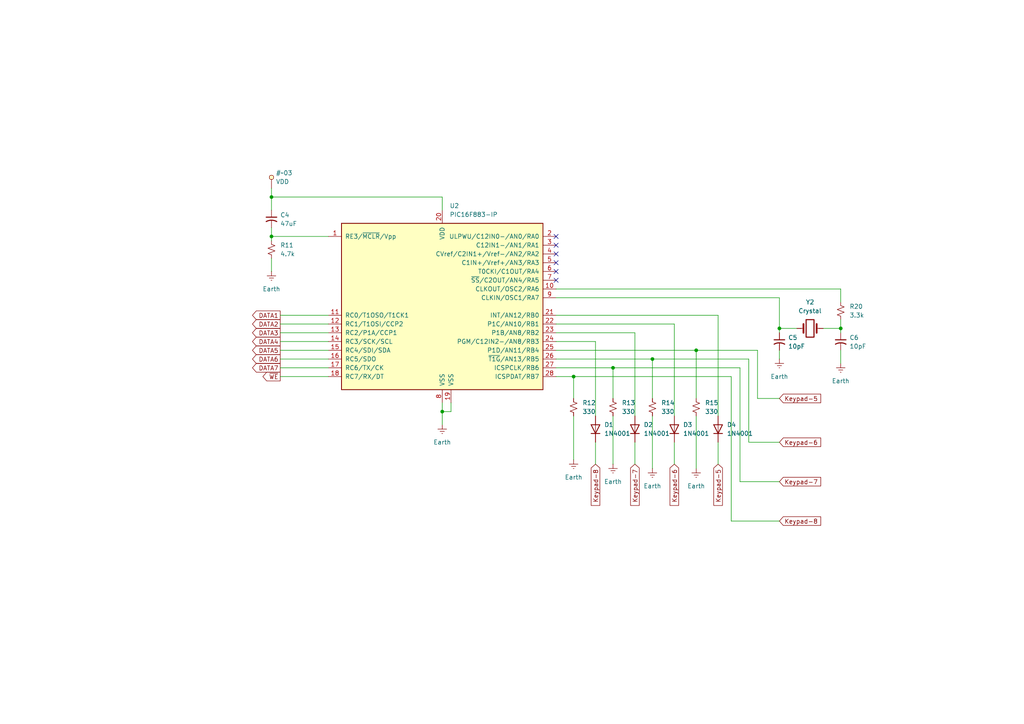
<source format=kicad_sch>
(kicad_sch (version 20250114) (generator "eeschema") (generator_version "9.0")
  (paper "A4")
  (lib_symbols
    (symbol "1New_symbol_Library_Payden_8_0_7:VDD" (power) (in_bom no) (on_board no)
      (property "Reference" "~" (at -1.27 4.064 0))
      (property "Value" "VDD" (at 0 2.286 0))
      (symbol "VDD_1_1"
        (circle (center 0 0.635) (radius 0.635) (fill (type background)))
        (pin power_in line (at 0 -2.54 90) (length 2.54) (name "") (number ""))
      )
    )
    (symbol "Device:C_Small_US" (pin_numbers (hide yes)) (pin_names (offset 0.254) (hide yes))
      (property "Reference" "C" (at 0.254 1.778 0))
      (property "Value" "C_Small_US" (at 0.254 -2.032 0))
      (symbol "C_Small_US_0_1"
        (polyline (pts (xy -1.524 0.508) (xy 1.524 0.508)) (stroke (width 0.3048)))
        (arc (start -1.524 -0.762) (mid 0 -0.3734) (end 1.524 -0.762) (stroke (width 0.3048)))
      )
      (symbol "C_Small_US_1_1"
        (pin passive line (at 0 2.54 270) (length 2.032) (name "~") (number "1"))
        (pin passive line (at 0 -2.54 90) (length 2.032) (name "~") (number "2"))
      )
    )
    (symbol "Device:Crystal" (pin_numbers (hide yes)) (pin_names (offset 1.016) (hide yes))
      (property "Reference" "Y" (at 0 3.81 0))
      (property "Value" "Crystal" (at 0 -3.81 0))
      (symbol "Crystal_0_1"
        (polyline (pts (xy -2.54 0) (xy -1.905 0)))
        (polyline (pts (xy -1.905 -1.27) (xy -1.905 1.27)) (stroke (width 0.508)))
        (rectangle (start -1.143 2.54) (end 1.143 -2.54) (stroke (width 0.3048)))
        (polyline (pts (xy 1.905 -1.27) (xy 1.905 1.27)) (stroke (width 0.508)))
        (polyline (pts (xy 2.54 0) (xy 1.905 0)))
      )
      (symbol "Crystal_1_1"
        (pin passive line (at -3.81 0 0) (length 1.27) (name "1") (number "1"))
        (pin passive line (at 3.81 0 180) (length 1.27) (name "2") (number "2"))
      )
    )
    (symbol "Device:R_Small_US" (pin_numbers (hide yes)) (pin_names (offset 0.254) (hide yes))
      (property "Reference" "R" (at 0.762 0.508 0))
      (property "Value" "R_Small_US" (at 0.762 -1.016 0))
      (symbol "R_Small_US_1_1"
        (polyline (pts (xy 0 1.524) (xy 1.016 1.143) (xy 0 0.762) (xy -1.016 0.381) (xy 0 0)))
        (polyline (pts (xy 0 0) (xy 1.016 -0.381) (xy 0 -0.762) (xy -1.016 -1.143) (xy 0 -1.524)))
        (pin passive line (at 0 2.54 270) (length 1.016) (name "~") (number "1"))
        (pin passive line (at 0 -2.54 90) (length 1.016) (name "~") (number "2"))
      )
    )
    (symbol "Diode:1N4001" (pin_numbers (hide yes)) (pin_names (hide yes))
      (property "Reference" "D" (at 0 2.54 0))
      (property "Value" "1N4001" (at 0 -2.54 0))
      (symbol "1N4001_0_1"
        (polyline (pts (xy -1.27 1.27) (xy -1.27 -1.27)) (stroke (width 0.254)))
        (polyline (pts (xy 1.27 1.27) (xy 1.27 -1.27) (xy -1.27 0) (xy 1.27 1.27)) (stroke (width 0.254)))
        (polyline (pts (xy 1.27 0) (xy -1.27 0)))
      )
      (symbol "1N4001_1_1"
        (pin passive line (at -3.81 0 0) (length 2.54) (name "K") (number "1"))
        (pin passive line (at 3.81 0 180) (length 2.54) (name "A") (number "2"))
      )
    )
    (symbol "MCU_Microchip_PIC16:PIC16F883-IP" (pin_names (offset 1.016))
      (property "Reference" "U" (at 13.97 27.94 0))
      (property "Value" "PIC16F883-IP" (at 13.97 25.4 0))
      (symbol "PIC16F883-IP_0_1"
        (rectangle (start -29.21 24.13) (end 29.21 -24.13) (stroke (width 0.254)) (fill (type background)))
      )
      (symbol "PIC16F883-IP_1_1"
        (pin bidirectional line (at -33.02 20.32 0) (length 3.81) (name "RE3/~{MCLR}/Vpp") (number "1"))
        (pin bidirectional line (at -33.02 -2.54 0) (length 3.81) (name "RC0/T1OSO/T1CK1") (number "11"))
        (pin bidirectional line (at -33.02 -5.08 0) (length 3.81) (name "RC1/T1OSI/CCP2") (number "12"))
        (pin bidirectional line (at -33.02 -7.62 0) (length 3.81) (name "RC2/P1A/CCP1") (number "13"))
        (pin bidirectional line (at -33.02 -10.16 0) (length 3.81) (name "RC3/SCK/SCL") (number "14"))
        (pin bidirectional line (at -33.02 -12.7 0) (length 3.81) (name "RC4/SDI/SDA") (number "15"))
        (pin bidirectional line (at -33.02 -15.24 0) (length 3.81) (name "RC5/SDO") (number "16"))
        (pin bidirectional line (at -33.02 -17.78 0) (length 3.81) (name "RC6/TX/CK") (number "17"))
        (pin bidirectional line (at -33.02 -20.32 0) (length 3.81) (name "RC7/RX/DT") (number "18"))
        (pin power_in line (at 0 27.94 270) (length 3.81) (name "VDD") (number "20"))
        (pin power_in line (at 0 -27.94 90) (length 3.81) (name "VSS") (number "8"))
        (pin power_in line (at 2.54 -27.94 90) (length 3.81) (name "VSS") (number "19"))
        (pin bidirectional line (at 33.02 20.32 180) (length 3.81) (name "ULPWU/C12IN0-/AN0/RA0") (number "2"))
        (pin bidirectional line (at 33.02 17.78 180) (length 3.81) (name "C12IN1-/AN1/RA1") (number "3"))
        (pin bidirectional line (at 33.02 15.24 180) (length 3.81) (name "CVref/C2IN1+/Vref-/AN2/RA2") (number "4"))
        (pin bidirectional line (at 33.02 12.7 180) (length 3.81) (name "C1IN+/Vref+/AN3/RA3") (number "5"))
        (pin bidirectional line (at 33.02 10.16 180) (length 3.81) (name "T0CKI/C1OUT/RA4") (number "6"))
        (pin bidirectional line (at 33.02 7.62 180) (length 3.81) (name "~{SS}/C2OUT/AN4/RA5") (number "7"))
        (pin bidirectional line (at 33.02 5.08 180) (length 3.81) (name "CLKOUT/OSC2/RA6") (number "10"))
        (pin input line (at 33.02 2.54 180) (length 3.81) (name "CLKIN/OSC1/RA7") (number "9"))
        (pin bidirectional line (at 33.02 -2.54 180) (length 3.81) (name "INT/AN12/RB0") (number "21"))
        (pin bidirectional line (at 33.02 -5.08 180) (length 3.81) (name "P1C/AN10/RB1") (number "22"))
        (pin bidirectional line (at 33.02 -7.62 180) (length 3.81) (name "P1B/AN8/RB2") (number "23"))
        (pin bidirectional line (at 33.02 -10.16 180) (length 3.81) (name "PGM/C12IN2-/AN8/RB3") (number "24"))
        (pin bidirectional line (at 33.02 -12.7 180) (length 3.81) (name "P1D/AN11/RB4") (number "25"))
        (pin bidirectional line (at 33.02 -15.24 180) (length 3.81) (name "~{T1G}/AN13/RB5") (number "26"))
        (pin bidirectional line (at 33.02 -17.78 180) (length 3.81) (name "ICSPCLK/RB6") (number "27"))
        (pin bidirectional line (at 33.02 -20.32 180) (length 3.81) (name "ICSPDAT/RB7") (number "28"))
      )
    )
    (symbol "power:Earth" (power) (pin_numbers (hide yes)) (pin_names (offset 0) (hide yes))
      (property "Value" "Earth" (at 0 -3.81 0))
      (symbol "Earth_0_1"
        (polyline (pts (xy -0.635 -1.905) (xy 0.635 -1.905)))
        (polyline (pts (xy -0.127 -2.54) (xy 0.127 -2.54)))
        (polyline (pts (xy 0 -1.27) (xy 0 0)))
        (polyline (pts (xy 1.27 -1.27) (xy -1.27 -1.27)))
      )
      (symbol "Earth_1_1"
        (pin power_in line (at 0 0 270) (length 0) (name "~") (number "1"))
      )
    )
  )
  (junction (at 177.8 106.68))
  (junction (at 226.06 95.25))
  (junction (at 78.74 57.15))
  (junction (at 128.27 119.38))
  (junction (at 201.93 101.6))
  (junction (at 243.84 95.25))
  (junction (at 166.37 109.22))
  (junction (at 189.23 104.14))
  (junction (at 78.74 68.58))
  (no_connect (at 161.29 78.74))
  (no_connect (at 161.29 71.12))
  (no_connect (at 161.29 76.2))
  (no_connect (at 161.29 81.28))
  (no_connect (at 161.29 73.66))
  (no_connect (at 161.29 68.58))
  (wire (pts (xy 161.29 86.36) (xy 226.06 86.36)))
  (wire (pts (xy 81.28 101.6) (xy 95.25 101.6)))
  (wire (pts (xy 161.29 99.06) (xy 172.72 99.06)))
  (wire (pts (xy 130.81 116.84) (xy 130.81 119.38)))
  (wire (pts (xy 214.63 139.7) (xy 226.06 139.7)))
  (wire (pts (xy 128.27 119.38) (xy 128.27 123.19)))
  (wire (pts (xy 172.72 128.27) (xy 172.72 134.62)))
  (wire (pts (xy 201.93 120.65) (xy 201.93 135.89)))
  (wire (pts (xy 81.28 96.52) (xy 95.25 96.52)))
  (wire (pts (xy 81.28 93.98) (xy 95.25 93.98)))
  (wire (pts (xy 161.29 106.68) (xy 177.8 106.68)))
  (wire (pts (xy 78.74 74.93) (xy 78.74 78.74)))
  (wire (pts (xy 212.09 151.13) (xy 226.06 151.13)))
  (wire (pts (xy 217.17 128.27) (xy 226.06 128.27)))
  (wire (pts (xy 226.06 101.6) (xy 226.06 104.14)))
  (wire (pts (xy 161.29 83.82) (xy 243.84 83.82)))
  (wire (pts (xy 177.8 106.68) (xy 214.63 106.68)))
  (wire (pts (xy 128.27 119.38) (xy 130.81 119.38)))
  (wire (pts (xy 195.58 128.27) (xy 195.58 134.62)))
  (wire (pts (xy 166.37 120.65) (xy 166.37 133.35)))
  (wire (pts (xy 212.09 109.22) (xy 212.09 151.13)))
  (wire (pts (xy 78.74 68.58) (xy 95.25 68.58)))
  (wire (pts (xy 219.71 115.57) (xy 226.06 115.57)))
  (wire (pts (xy 189.23 120.65) (xy 189.23 135.89)))
  (wire (pts (xy 226.06 95.25) (xy 231.14 95.25)))
  (wire (pts (xy 161.29 101.6) (xy 201.93 101.6)))
  (wire (pts (xy 195.58 93.98) (xy 195.58 120.65)))
  (wire (pts (xy 243.84 101.6) (xy 243.84 105.41)))
  (wire (pts (xy 81.28 99.06) (xy 95.25 99.06)))
  (wire (pts (xy 161.29 93.98) (xy 195.58 93.98)))
  (wire (pts (xy 243.84 83.82) (xy 243.84 87.63)))
  (wire (pts (xy 208.28 128.27) (xy 208.28 134.62)))
  (wire (pts (xy 78.74 68.58) (xy 78.74 69.85)))
  (wire (pts (xy 128.27 116.84) (xy 128.27 119.38)))
  (wire (pts (xy 243.84 95.25) (xy 243.84 96.52)))
  (wire (pts (xy 161.29 91.44) (xy 208.28 91.44)))
  (wire (pts (xy 161.29 96.52) (xy 184.15 96.52)))
  (wire (pts (xy 78.74 54.61) (xy 78.74 57.15)))
  (wire (pts (xy 128.27 60.96) (xy 128.27 57.15)))
  (wire (pts (xy 177.8 106.68) (xy 177.8 115.57)))
  (wire (pts (xy 184.15 128.27) (xy 184.15 134.62)))
  (wire (pts (xy 226.06 86.36) (xy 226.06 95.25)))
  (wire (pts (xy 214.63 106.68) (xy 214.63 139.7)))
  (wire (pts (xy 81.28 91.44) (xy 95.25 91.44)))
  (wire (pts (xy 189.23 104.14) (xy 189.23 115.57)))
  (wire (pts (xy 217.17 104.14) (xy 217.17 128.27)))
  (wire (pts (xy 78.74 66.04) (xy 78.74 68.58)))
  (wire (pts (xy 81.28 104.14) (xy 95.25 104.14)))
  (wire (pts (xy 81.28 106.68) (xy 95.25 106.68)))
  (wire (pts (xy 201.93 101.6) (xy 219.71 101.6)))
  (wire (pts (xy 166.37 115.57) (xy 166.37 109.22)))
  (wire (pts (xy 243.84 92.71) (xy 243.84 95.25)))
  (wire (pts (xy 161.29 104.14) (xy 189.23 104.14)))
  (wire (pts (xy 238.76 95.25) (xy 243.84 95.25)))
  (wire (pts (xy 219.71 101.6) (xy 219.71 115.57)))
  (wire (pts (xy 226.06 95.25) (xy 226.06 96.52)))
  (wire (pts (xy 81.28 109.22) (xy 95.25 109.22)))
  (wire (pts (xy 161.29 109.22) (xy 166.37 109.22)))
  (wire (pts (xy 184.15 96.52) (xy 184.15 120.65)))
  (wire (pts (xy 172.72 99.06) (xy 172.72 120.65)))
  (wire (pts (xy 189.23 104.14) (xy 217.17 104.14)))
  (wire (pts (xy 177.8 120.65) (xy 177.8 134.62)))
  (wire (pts (xy 201.93 101.6) (xy 201.93 115.57)))
  (wire (pts (xy 78.74 57.15) (xy 78.74 60.96)))
  (wire (pts (xy 78.74 57.15) (xy 128.27 57.15)))
  (wire (pts (xy 166.37 109.22) (xy 212.09 109.22)))
  (wire (pts (xy 208.28 91.44) (xy 208.28 120.65)))
  (global_label "DATA5" (shape output) (at 81.28 101.6 180) (property "Intersheetrefs" "${INTERSHEET_REFS}" (effects (hide yes))))
  (global_label "DATA2" (shape output) (at 81.28 93.98 180) (property "Intersheetrefs" "${INTERSHEET_REFS}" (effects (hide yes))))
  (global_label "Keypad-5" (shape input) (at 208.28 134.62 270) (property "Intersheetrefs" "${INTERSHEET_REFS}" (effects (hide yes))))
  (global_label "Keypad-8" (shape input) (at 226.06 151.13 0) (property "Intersheetrefs" "${INTERSHEET_REFS}" (effects (hide yes))))
  (global_label "~{WE}" (shape output) (at 81.28 109.22 180) (property "Intersheetrefs" "${INTERSHEET_REFS}" (effects (hide yes))))
  (global_label "Keypad-7" (shape input) (at 226.06 139.7 0) (property "Intersheetrefs" "${INTERSHEET_REFS}" (effects (hide yes))))
  (global_label "DATA3" (shape output) (at 81.28 96.52 180) (property "Intersheetrefs" "${INTERSHEET_REFS}" (effects (hide yes))))
  (global_label "Keypad-6" (shape input) (at 195.58 134.62 270) (property "Intersheetrefs" "${INTERSHEET_REFS}" (effects (hide yes))))
  (global_label "DATA7" (shape output) (at 81.28 106.68 180) (property "Intersheetrefs" "${INTERSHEET_REFS}" (effects (hide yes))))
  (global_label "DATA1" (shape output) (at 81.28 91.44 180) (property "Intersheetrefs" "${INTERSHEET_REFS}" (effects (hide yes))))
  (global_label "Keypad-7" (shape input) (at 184.15 134.62 270) (property "Intersheetrefs" "${INTERSHEET_REFS}" (effects (hide yes))))
  (global_label "DATA6" (shape output) (at 81.28 104.14 180) (property "Intersheetrefs" "${INTERSHEET_REFS}" (effects (hide yes))))
  (global_label "DATA4" (shape output) (at 81.28 99.06 180) (property "Intersheetrefs" "${INTERSHEET_REFS}" (effects (hide yes))))
  (global_label "Keypad-5" (shape input) (at 226.06 115.57 0) (property "Intersheetrefs" "${INTERSHEET_REFS}" (effects (hide yes))))
  (global_label "Keypad-8" (shape input) (at 172.72 134.62 270) (property "Intersheetrefs" "${INTERSHEET_REFS}" (effects (hide yes))))
  (global_label "Keypad-6" (shape input) (at 226.06 128.27 0) (property "Intersheetrefs" "${INTERSHEET_REFS}" (effects (hide yes))))
  (symbol (lib_id "power:Earth") (at 177.8 134.62 0) (unit 1)
    (property "Reference" "#PWR011" (effects (hide yes)))
    (property "Value" "Earth" (at 177.8 139.7 0))
    (property "Description" "Power symbol creates a global label with name \"Earth\"" (effects (hide yes)))
  )
  (symbol (lib_id "Device:R_Small_US") (at 166.37 118.11 0) (unit 1)
    (property "Reference" "R12" (at 168.91 116.8399 0) (effects (justify left)))
    (property "Value" "330" (at 168.91 119.3799 0) (effects (justify left)))
    (property "Description" "Resistor, small US symbol" (effects (hide yes)))
  )
  (symbol (lib_id "1New_symbol_Library_Payden_8_0_7:VDD") (at 78.74 52.07 0) (unit 1) (in_bom no) (on_board no)
    (property "Reference" "~03" (at 80.01 50.1649 0) (effects (justify left)))
    (property "Value" "VDD" (at 80.01 52.7049 0) (effects (justify left)))
  )
  (symbol (lib_id "power:Earth") (at 226.06 104.14 0) (unit 1)
    (property "Reference" "#PWR09" (effects (hide yes)))
    (property "Value" "Earth" (at 226.06 109.22 0))
    (property "Description" "Power symbol creates a global label with name \"Earth\"" (effects (hide yes)))
  )
  (symbol (lib_id "Diode:1N4001") (at 195.58 124.46 90) (unit 1)
    (property "Reference" "D3" (at 198.12 123.1899 90) (effects (justify right)))
    (property "Value" "1N4001" (at 198.12 125.7299 90) (effects (justify right)))
    (property "Footprint" "Diode_THT:D_DO-41_SOD81_P10.16mm_Horizontal" (effects (hide yes)))
    (property "Datasheet" "http://www.vishay.com/docs/88503/1n4001.pdf" (effects (hide yes)))
    (property "Description" "50V 1A General Purpose Rectifier Diode, DO-41" (effects (hide yes)))
    (property "Sim.Device" "D" (effects (hide yes)))
    (property "Sim.Pins" "1=K 2=A" (effects (hide yes)))
  )
  (symbol (lib_id "Device:R_Small_US") (at 243.84 90.17 0) (unit 1)
    (property "Reference" "R20" (at 246.38 88.8999 0) (effects (justify left)))
    (property "Value" "3.3k" (at 246.38 91.4399 0) (effects (justify left)))
    (property "Description" "Resistor, small US symbol" (effects (hide yes)))
  )
  (symbol (lib_id "Device:R_Small_US") (at 177.8 118.11 0) (unit 1)
    (property "Reference" "R13" (at 180.34 116.8399 0) (effects (justify left)))
    (property "Value" "330" (at 180.34 119.3799 0) (effects (justify left)))
    (property "Description" "Resistor, small US symbol" (effects (hide yes)))
  )
  (symbol (lib_id "Device:Crystal") (at 234.95 95.25 0) (unit 1)
    (property "Reference" "Y2" (at 234.95 87.63 0))
    (property "Value" "Crystal" (at 234.95 90.17 0))
    (property "Description" "Two pin crystal" (effects (hide yes)))
  )
  (symbol (lib_id "Device:C_Small_US") (at 78.74 63.5 0) (unit 1)
    (property "Reference" "C4" (at 81.28 62.3569 0) (effects (justify left)))
    (property "Value" "47uF" (at 81.28 64.8969 0) (effects (justify left)))
    (property "Description" "capacitor, small US symbol" (effects (hide yes)))
  )
  (symbol (lib_id "power:Earth") (at 128.27 123.19 0) (unit 1)
    (property "Reference" "#PWR07" (effects (hide yes)))
    (property "Value" "Earth" (at 128.27 128.27 0))
    (property "Description" "Power symbol creates a global label with name \"Earth\"" (effects (hide yes)))
  )
  (symbol (lib_id "Device:C_Small_US") (at 243.84 99.06 0) (unit 1)
    (property "Reference" "C6" (at 246.38 97.9169 0) (effects (justify left)))
    (property "Value" "10pF" (at 246.38 100.4569 0) (effects (justify left)))
    (property "Description" "capacitor, small US symbol" (effects (hide yes)))
  )
  (symbol (lib_id "Diode:1N4001") (at 184.15 124.46 90) (unit 1)
    (property "Reference" "D2" (at 186.69 123.1899 90) (effects (justify right)))
    (property "Value" "1N4001" (at 186.69 125.7299 90) (effects (justify right)))
    (property "Footprint" "Diode_THT:D_DO-41_SOD81_P10.16mm_Horizontal" (effects (hide yes)))
    (property "Datasheet" "http://www.vishay.com/docs/88503/1n4001.pdf" (effects (hide yes)))
    (property "Description" "50V 1A General Purpose Rectifier Diode, DO-41" (effects (hide yes)))
    (property "Sim.Device" "D" (effects (hide yes)))
    (property "Sim.Pins" "1=K 2=A" (effects (hide yes)))
  )
  (symbol (lib_id "Device:R_Small_US") (at 189.23 118.11 0) (unit 1)
    (property "Reference" "R14" (at 191.77 116.8399 0) (effects (justify left)))
    (property "Value" "330" (at 191.77 119.3799 0) (effects (justify left)))
    (property "Description" "Resistor, small US symbol" (effects (hide yes)))
  )
  (symbol (lib_id "MCU_Microchip_PIC16:PIC16F883-IP") (at 128.27 88.9 0) (unit 1)
    (property "Reference" "U2" (at 130.4133 59.69 0) (effects (justify left)))
    (property "Value" "PIC16F883-IP" (at 130.4133 62.23 0) (effects (justify left)))
    (property "Datasheet" "http://ww1.microchip.com/downloads/en/DeviceDoc/41291D.pdf" (effects (hide yes)))
    (property "Description" "4K Flash, 256B SRAM, 256B EEPROM, XLP, DIP28" (effects (hide yes)))
  )
  (symbol (lib_id "power:Earth") (at 243.84 105.41 0) (unit 1)
    (property "Reference" "#PWR010" (effects (hide yes)))
    (property "Value" "Earth" (at 243.84 110.49 0))
    (property "Description" "Power symbol creates a global label with name \"Earth\"" (effects (hide yes)))
  )
  (symbol (lib_id "power:Earth") (at 166.37 133.35 0) (unit 1)
    (property "Reference" "#PWR08" (effects (hide yes)))
    (property "Value" "Earth" (at 166.37 138.43 0))
    (property "Description" "Power symbol creates a global label with name \"Earth\"" (effects (hide yes)))
  )
  (symbol (lib_id "Diode:1N4001") (at 172.72 124.46 90) (unit 1)
    (property "Reference" "D1" (at 175.26 123.1899 90) (effects (justify right)))
    (property "Value" "1N4001" (at 175.26 125.7299 90) (effects (justify right)))
    (property "Footprint" "Diode_THT:D_DO-41_SOD81_P10.16mm_Horizontal" (effects (hide yes)))
    (property "Datasheet" "http://www.vishay.com/docs/88503/1n4001.pdf" (effects (hide yes)))
    (property "Description" "50V 1A General Purpose Rectifier Diode, DO-41" (effects (hide yes)))
    (property "Sim.Device" "D" (effects (hide yes)))
    (property "Sim.Pins" "1=K 2=A" (effects (hide yes)))
  )
  (symbol (lib_id "Device:R_Small_US") (at 201.93 118.11 0) (unit 1)
    (property "Reference" "R15" (at 204.47 116.8399 0) (effects (justify left)))
    (property "Value" "330" (at 204.47 119.3799 0) (effects (justify left)))
    (property "Description" "Resistor, small US symbol" (effects (hide yes)))
  )
  (symbol (lib_id "power:Earth") (at 78.74 78.74 0) (unit 1)
    (property "Reference" "#PWR06" (effects (hide yes)))
    (property "Value" "Earth" (at 78.74 83.82 0))
    (property "Description" "Power symbol creates a global label with name \"Earth\"" (effects (hide yes)))
  )
  (symbol (lib_id "Diode:1N4001") (at 208.28 124.46 90) (unit 1)
    (property "Reference" "D4" (at 210.82 123.1899 90) (effects (justify right)))
    (property "Value" "1N4001" (at 210.82 125.7299 90) (effects (justify right)))
    (property "Footprint" "Diode_THT:D_DO-41_SOD81_P10.16mm_Horizontal" (effects (hide yes)))
    (property "Datasheet" "http://www.vishay.com/docs/88503/1n4001.pdf" (effects (hide yes)))
    (property "Description" "50V 1A General Purpose Rectifier Diode, DO-41" (effects (hide yes)))
    (property "Sim.Device" "D" (effects (hide yes)))
    (property "Sim.Pins" "1=K 2=A" (effects (hide yes)))
  )
  (symbol (lib_id "power:Earth") (at 189.23 135.89 0) (unit 1)
    (property "Reference" "#PWR012" (effects (hide yes)))
    (property "Value" "Earth" (at 189.23 140.97 0))
    (property "Description" "Power symbol creates a global label with name \"Earth\"" (effects (hide yes)))
  )
  (symbol (lib_id "power:Earth") (at 201.93 135.89 0) (unit 1)
    (property "Reference" "#PWR013" (effects (hide yes)))
    (property "Value" "Earth" (at 201.93 140.97 0))
    (property "Description" "Power symbol creates a global label with name \"Earth\"" (effects (hide yes)))
  )
  (symbol (lib_id "Device:R_Small_US") (at 78.74 72.39 0) (unit 1)
    (property "Reference" "R11" (at 81.28 71.1199 0) (effects (justify left)))
    (property "Value" "4.7k" (at 81.28 73.6599 0) (effects (justify left)))
    (property "Description" "Resistor, small US symbol" (effects (hide yes)))
  )
  (symbol (lib_id "Device:C_Small_US") (at 226.06 99.06 0) (unit 1)
    (property "Reference" "C5" (at 228.6 97.9169 0) (effects (justify left)))
    (property "Value" "10pF" (at 228.6 100.4569 0) (effects (justify left)))
    (property "Description" "capacitor, small US symbol" (effects (hide yes)))
  )
)
</source>
